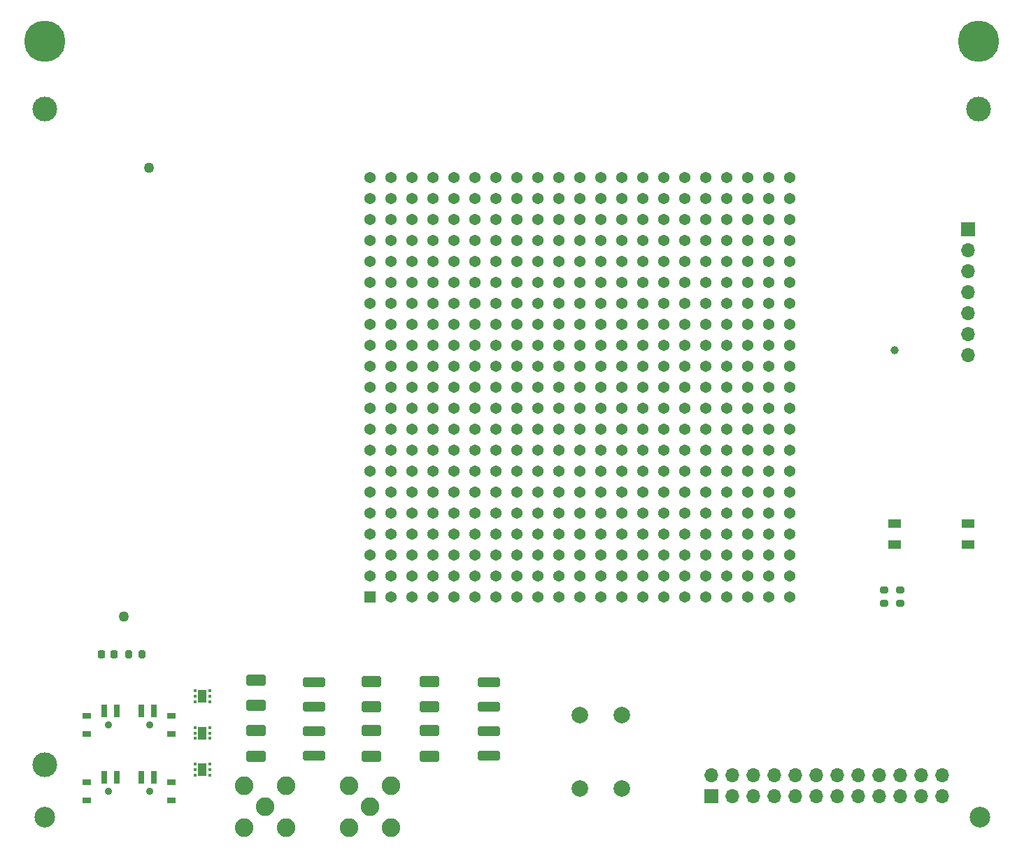
<source format=gbr>
%TF.GenerationSoftware,KiCad,Pcbnew,(6.0.9-0)*%
%TF.CreationDate,2022-12-19T14:05:18-05:00*%
%TF.ProjectId,ember-pcb,656d6265-722d-4706-9362-2e6b69636164,rev?*%
%TF.SameCoordinates,Original*%
%TF.FileFunction,Soldermask,Top*%
%TF.FilePolarity,Negative*%
%FSLAX46Y46*%
G04 Gerber Fmt 4.6, Leading zero omitted, Abs format (unit mm)*
G04 Created by KiCad (PCBNEW (6.0.9-0)) date 2022-12-19 14:05:18*
%MOMM*%
%LPD*%
G01*
G04 APERTURE LIST*
G04 Aperture macros list*
%AMRoundRect*
0 Rectangle with rounded corners*
0 $1 Rounding radius*
0 $2 $3 $4 $5 $6 $7 $8 $9 X,Y pos of 4 corners*
0 Add a 4 corners polygon primitive as box body*
4,1,4,$2,$3,$4,$5,$6,$7,$8,$9,$2,$3,0*
0 Add four circle primitives for the rounded corners*
1,1,$1+$1,$2,$3*
1,1,$1+$1,$4,$5*
1,1,$1+$1,$6,$7*
1,1,$1+$1,$8,$9*
0 Add four rect primitives between the rounded corners*
20,1,$1+$1,$2,$3,$4,$5,0*
20,1,$1+$1,$4,$5,$6,$7,0*
20,1,$1+$1,$6,$7,$8,$9,0*
20,1,$1+$1,$8,$9,$2,$3,0*%
G04 Aperture macros list end*
%ADD10C,3.000000*%
%ADD11C,2.500000*%
%ADD12RoundRect,0.200000X-0.275000X0.200000X-0.275000X-0.200000X0.275000X-0.200000X0.275000X0.200000X0*%
%ADD13R,1.000000X0.800000*%
%ADD14C,0.900000*%
%ADD15R,0.700000X1.500000*%
%ADD16C,1.000000*%
%ADD17C,5.000000*%
%ADD18RoundRect,0.250000X0.925000X-0.412500X0.925000X0.412500X-0.925000X0.412500X-0.925000X-0.412500X0*%
%ADD19R,1.700000X1.700000*%
%ADD20O,1.700000X1.700000*%
%ADD21C,2.000000*%
%ADD22RoundRect,0.250000X-0.925000X0.412500X-0.925000X-0.412500X0.925000X-0.412500X0.925000X0.412500X0*%
%ADD23C,2.250000*%
%ADD24RoundRect,0.200000X-0.200000X-0.275000X0.200000X-0.275000X0.200000X0.275000X-0.200000X0.275000X0*%
%ADD25RoundRect,0.250000X-1.100000X0.325000X-1.100000X-0.325000X1.100000X-0.325000X1.100000X0.325000X0*%
%ADD26RoundRect,0.093750X-0.093750X-0.106250X0.093750X-0.106250X0.093750X0.106250X-0.093750X0.106250X0*%
%ADD27R,1.000000X1.600000*%
%ADD28RoundRect,0.250000X1.100000X-0.325000X1.100000X0.325000X-1.100000X0.325000X-1.100000X-0.325000X0*%
%ADD29RoundRect,0.218750X-0.218750X-0.256250X0.218750X-0.256250X0.218750X0.256250X-0.218750X0.256250X0*%
%ADD30R,1.368000X1.368000*%
%ADD31C,1.368000*%
%ADD32R,1.500000X1.100000*%
%ADD33C,1.270000*%
G04 APERTURE END LIST*
D10*
%TO.C,FID3*%
X72420000Y-138640000D03*
%TD*%
%TO.C,FID2*%
X185450000Y-59265000D03*
%TD*%
%TO.C,FID1*%
X72420000Y-59265000D03*
%TD*%
D11*
%TO.C,H3*%
X185577000Y-144990000D03*
%TD*%
D12*
%TO.C,R2*%
X174020000Y-117495000D03*
X174020000Y-119145000D03*
%TD*%
D13*
%TO.C,SW2*%
X87735000Y-143030000D03*
D14*
X80085000Y-141930000D03*
X85085000Y-141930000D03*
D13*
X77435000Y-143030000D03*
X87735000Y-140820000D03*
X77435000Y-140820000D03*
D15*
X79585000Y-140170000D03*
X81085000Y-140170000D03*
X84085000Y-140170000D03*
X85585000Y-140170000D03*
%TD*%
D16*
%TO.C,TP1*%
X175290000Y-88475000D03*
%TD*%
D17*
%TO.C,H1*%
X72420000Y-51010000D03*
%TD*%
D18*
%TO.C,C8*%
X111940000Y-137632500D03*
X111940000Y-134557500D03*
%TD*%
D19*
%TO.C,J3*%
X153060000Y-142455000D03*
D20*
X153060000Y-139915000D03*
X155600000Y-142455000D03*
X155600000Y-139915000D03*
X158140000Y-142455000D03*
X158140000Y-139915000D03*
X160680000Y-142455000D03*
X160680000Y-139915000D03*
X163220000Y-142455000D03*
X163220000Y-139915000D03*
X165760000Y-142455000D03*
X165760000Y-139915000D03*
X168300000Y-142455000D03*
X168300000Y-139915000D03*
X170840000Y-142455000D03*
X170840000Y-139915000D03*
X173380000Y-142455000D03*
X173380000Y-139915000D03*
X175920000Y-142455000D03*
X175920000Y-139915000D03*
X178460000Y-142455000D03*
X178460000Y-139915000D03*
X181000000Y-142455000D03*
X181000000Y-139915000D03*
%TD*%
D21*
%TO.C,FB1*%
X137165000Y-132710000D03*
X142245000Y-132710000D03*
%TD*%
D19*
%TO.C,J4*%
X184180000Y-73865000D03*
D20*
X184180000Y-76405000D03*
X184180000Y-78945000D03*
X184180000Y-81485000D03*
X184180000Y-84025000D03*
X184180000Y-86565000D03*
X184180000Y-89105000D03*
%TD*%
D21*
%TO.C,FB2*%
X137165000Y-141600000D03*
X142245000Y-141600000D03*
%TD*%
D22*
%TO.C,C3*%
X111940000Y-128612500D03*
X111940000Y-131687500D03*
%TD*%
D11*
%TO.C,H4*%
X72420000Y-144990000D03*
%TD*%
D23*
%TO.C,J5*%
X99065000Y-143720000D03*
X101605000Y-146260000D03*
X96525000Y-141180000D03*
X96525000Y-146260000D03*
X101605000Y-141180000D03*
%TD*%
D22*
%TO.C,C1*%
X97970000Y-128437500D03*
X97970000Y-131512500D03*
%TD*%
D24*
%TO.C,R1*%
X82532742Y-125305000D03*
X84182742Y-125305000D03*
%TD*%
D18*
%TO.C,C6*%
X97965000Y-137632500D03*
X97965000Y-134557500D03*
%TD*%
D25*
%TO.C,C2*%
X104955000Y-128675000D03*
X104955000Y-131625000D03*
%TD*%
%TO.C,C5*%
X126140000Y-128675000D03*
X126140000Y-131625000D03*
%TD*%
D22*
%TO.C,C4*%
X118925000Y-128612500D03*
X118925000Y-131687500D03*
%TD*%
D18*
%TO.C,C9*%
X118925000Y-137632500D03*
X118925000Y-134557500D03*
%TD*%
D26*
%TO.C,U4*%
X90587500Y-138635000D03*
X90587500Y-139285000D03*
X90587500Y-139935000D03*
X92362500Y-139935000D03*
X92362500Y-139285000D03*
X92362500Y-138635000D03*
D27*
X91475000Y-139285000D03*
%TD*%
D28*
%TO.C,C10*%
X126140000Y-137570000D03*
X126140000Y-134620000D03*
%TD*%
D12*
%TO.C,R3*%
X175925000Y-117495000D03*
X175925000Y-119145000D03*
%TD*%
D13*
%TO.C,SW1*%
X77435000Y-134985000D03*
X77435000Y-132775000D03*
X87735000Y-134985000D03*
D14*
X80085000Y-133885000D03*
X85085000Y-133885000D03*
D13*
X87735000Y-132775000D03*
D15*
X79585000Y-132125000D03*
X81085000Y-132125000D03*
X84085000Y-132125000D03*
X85585000Y-132125000D03*
%TD*%
D23*
%TO.C,J2*%
X111765000Y-143720000D03*
X114305000Y-141180000D03*
X114305000Y-146260000D03*
X109225000Y-141180000D03*
X109225000Y-146260000D03*
%TD*%
D29*
%TO.C,D1*%
X79205242Y-125305000D03*
X80780242Y-125305000D03*
%TD*%
D30*
%TO.C,U1*%
X111790000Y-118320000D03*
D31*
X114330000Y-118320000D03*
X116870000Y-118320000D03*
X119410000Y-118320000D03*
X121950000Y-118320000D03*
X124490000Y-118320000D03*
X127030000Y-118320000D03*
X129570000Y-118320000D03*
X132110000Y-118320000D03*
X134650000Y-118320000D03*
X137190000Y-118320000D03*
X139730000Y-118320000D03*
X142270000Y-118320000D03*
X144810000Y-118320000D03*
X147350000Y-118320000D03*
X149890000Y-118320000D03*
X152430000Y-118320000D03*
X154970000Y-118320000D03*
X157510000Y-118320000D03*
X160050000Y-118320000D03*
X162590000Y-118320000D03*
X111790000Y-115780000D03*
X114330000Y-115780000D03*
X116870000Y-115780000D03*
X119410000Y-115780000D03*
X121950000Y-115780000D03*
X124490000Y-115780000D03*
X127030000Y-115780000D03*
X129570000Y-115780000D03*
X132110000Y-115780000D03*
X134650000Y-115780000D03*
X137190000Y-115780000D03*
X139730000Y-115780000D03*
X142270000Y-115780000D03*
X144810000Y-115780000D03*
X147350000Y-115780000D03*
X149890000Y-115780000D03*
X152430000Y-115780000D03*
X154970000Y-115780000D03*
X157510000Y-115780000D03*
X160050000Y-115780000D03*
X162590000Y-115780000D03*
X111790000Y-113240000D03*
X114330000Y-113240000D03*
X116870000Y-113240000D03*
X119410000Y-113240000D03*
X121950000Y-113240000D03*
X124490000Y-113240000D03*
X127030000Y-113240000D03*
X129570000Y-113240000D03*
X132110000Y-113240000D03*
X134650000Y-113240000D03*
X137190000Y-113240000D03*
X139730000Y-113240000D03*
X142270000Y-113240000D03*
X144810000Y-113240000D03*
X147350000Y-113240000D03*
X149890000Y-113240000D03*
X152430000Y-113240000D03*
X154970000Y-113240000D03*
X157510000Y-113240000D03*
X160050000Y-113240000D03*
X162590000Y-113240000D03*
X111790000Y-110700000D03*
X114330000Y-110700000D03*
X116870000Y-110700000D03*
X119410000Y-110700000D03*
X121950000Y-110700000D03*
X124490000Y-110700000D03*
X127030000Y-110700000D03*
X129570000Y-110700000D03*
X132110000Y-110700000D03*
X134650000Y-110700000D03*
X137190000Y-110700000D03*
X139730000Y-110700000D03*
X142270000Y-110700000D03*
X144810000Y-110700000D03*
X147350000Y-110700000D03*
X149890000Y-110700000D03*
X152430000Y-110700000D03*
X154970000Y-110700000D03*
X157510000Y-110700000D03*
X160050000Y-110700000D03*
X162590000Y-110700000D03*
X111790000Y-108160000D03*
X114330000Y-108160000D03*
X116870000Y-108160000D03*
X119410000Y-108160000D03*
X121950000Y-108160000D03*
X124490000Y-108160000D03*
X127030000Y-108160000D03*
X129570000Y-108160000D03*
X132110000Y-108160000D03*
X134650000Y-108160000D03*
X137190000Y-108160000D03*
X139730000Y-108160000D03*
X142270000Y-108160000D03*
X144810000Y-108160000D03*
X147350000Y-108160000D03*
X149890000Y-108160000D03*
X152430000Y-108160000D03*
X154970000Y-108160000D03*
X157510000Y-108160000D03*
X160050000Y-108160000D03*
X162590000Y-108160000D03*
X111790000Y-105620000D03*
X114330000Y-105620000D03*
X116870000Y-105620000D03*
X119410000Y-105620000D03*
X121950000Y-105620000D03*
X124490000Y-105620000D03*
X127030000Y-105620000D03*
X129570000Y-105620000D03*
X132110000Y-105620000D03*
X134650000Y-105620000D03*
X137190000Y-105620000D03*
X139730000Y-105620000D03*
X142270000Y-105620000D03*
X144810000Y-105620000D03*
X147350000Y-105620000D03*
X149890000Y-105620000D03*
X152430000Y-105620000D03*
X154970000Y-105620000D03*
X157510000Y-105620000D03*
X160050000Y-105620000D03*
X162590000Y-105620000D03*
X111790000Y-103080000D03*
X114330000Y-103080000D03*
X116870000Y-103080000D03*
X119410000Y-103080000D03*
X121950000Y-103080000D03*
X124490000Y-103080000D03*
X127030000Y-103080000D03*
X129570000Y-103080000D03*
X132110000Y-103080000D03*
X134650000Y-103080000D03*
X137190000Y-103080000D03*
X139730000Y-103080000D03*
X142270000Y-103080000D03*
X144810000Y-103080000D03*
X147350000Y-103080000D03*
X149890000Y-103080000D03*
X152430000Y-103080000D03*
X154970000Y-103080000D03*
X157510000Y-103080000D03*
X160050000Y-103080000D03*
X162590000Y-103080000D03*
X111790000Y-100540000D03*
X114330000Y-100540000D03*
X116870000Y-100540000D03*
X119410000Y-100540000D03*
X121950000Y-100540000D03*
X124490000Y-100540000D03*
X127030000Y-100540000D03*
X129570000Y-100540000D03*
X132110000Y-100540000D03*
X134650000Y-100540000D03*
X137190000Y-100540000D03*
X139730000Y-100540000D03*
X142270000Y-100540000D03*
X144810000Y-100540000D03*
X147350000Y-100540000D03*
X149890000Y-100540000D03*
X152430000Y-100540000D03*
X154970000Y-100540000D03*
X157510000Y-100540000D03*
X160050000Y-100540000D03*
X162590000Y-100540000D03*
X111790000Y-98000000D03*
X114330000Y-98000000D03*
X116870000Y-98000000D03*
X119410000Y-98000000D03*
X121950000Y-98000000D03*
X124490000Y-98000000D03*
X127030000Y-98000000D03*
X129570000Y-98000000D03*
X132110000Y-98000000D03*
X134650000Y-98000000D03*
X137190000Y-98000000D03*
X139730000Y-98000000D03*
X142270000Y-98000000D03*
X144810000Y-98000000D03*
X147350000Y-98000000D03*
X149890000Y-98000000D03*
X152430000Y-98000000D03*
X154970000Y-98000000D03*
X157510000Y-98000000D03*
X160050000Y-98000000D03*
X162590000Y-98000000D03*
X111790000Y-95460000D03*
X114330000Y-95460000D03*
X116870000Y-95460000D03*
X119410000Y-95460000D03*
X121950000Y-95460000D03*
X124490000Y-95460000D03*
X127030000Y-95460000D03*
X129570000Y-95460000D03*
X132110000Y-95460000D03*
X134650000Y-95460000D03*
X137190000Y-95460000D03*
X139730000Y-95460000D03*
X142270000Y-95460000D03*
X144810000Y-95460000D03*
X147350000Y-95460000D03*
X149890000Y-95460000D03*
X152430000Y-95460000D03*
X154970000Y-95460000D03*
X157510000Y-95460000D03*
X160050000Y-95460000D03*
X162590000Y-95460000D03*
X111790000Y-92920000D03*
X114330000Y-92920000D03*
X116870000Y-92920000D03*
X119410000Y-92920000D03*
X121950000Y-92920000D03*
X124490000Y-92920000D03*
X127030000Y-92920000D03*
X129570000Y-92920000D03*
X132110000Y-92920000D03*
X134650000Y-92920000D03*
X137190000Y-92920000D03*
X139730000Y-92920000D03*
X142270000Y-92920000D03*
X144810000Y-92920000D03*
X147350000Y-92920000D03*
X149890000Y-92920000D03*
X152430000Y-92920000D03*
X154970000Y-92920000D03*
X157510000Y-92920000D03*
X160050000Y-92920000D03*
X162590000Y-92920000D03*
X111790000Y-90380000D03*
X114330000Y-90380000D03*
X116870000Y-90380000D03*
X119410000Y-90380000D03*
X121950000Y-90380000D03*
X124490000Y-90380000D03*
X127030000Y-90380000D03*
X129570000Y-90380000D03*
X132110000Y-90380000D03*
X134650000Y-90380000D03*
X137190000Y-90380000D03*
X139730000Y-90380000D03*
X142270000Y-90380000D03*
X144810000Y-90380000D03*
X147350000Y-90380000D03*
X149890000Y-90380000D03*
X152430000Y-90380000D03*
X154970000Y-90380000D03*
X157510000Y-90380000D03*
X160050000Y-90380000D03*
X162590000Y-90380000D03*
X111790000Y-87840000D03*
X114330000Y-87840000D03*
X116870000Y-87840000D03*
X119410000Y-87840000D03*
X121950000Y-87840000D03*
X124490000Y-87840000D03*
X127030000Y-87840000D03*
X129570000Y-87840000D03*
X132110000Y-87840000D03*
X134650000Y-87840000D03*
X137190000Y-87840000D03*
X139730000Y-87840000D03*
X142270000Y-87840000D03*
X144810000Y-87840000D03*
X147350000Y-87840000D03*
X149890000Y-87840000D03*
X152430000Y-87840000D03*
X154970000Y-87840000D03*
X157510000Y-87840000D03*
X160050000Y-87840000D03*
X162590000Y-87840000D03*
X111790000Y-85300000D03*
X114330000Y-85300000D03*
X116870000Y-85300000D03*
X119410000Y-85300000D03*
X121950000Y-85300000D03*
X124490000Y-85300000D03*
X127030000Y-85300000D03*
X129570000Y-85300000D03*
X132110000Y-85300000D03*
X134650000Y-85300000D03*
X137190000Y-85300000D03*
X139730000Y-85300000D03*
X142270000Y-85300000D03*
X144810000Y-85300000D03*
X147350000Y-85300000D03*
X149890000Y-85300000D03*
X152430000Y-85300000D03*
X154970000Y-85300000D03*
X157510000Y-85300000D03*
X160050000Y-85300000D03*
X162590000Y-85300000D03*
X111790000Y-82760000D03*
X114330000Y-82760000D03*
X116870000Y-82760000D03*
X119410000Y-82760000D03*
X121950000Y-82760000D03*
X124490000Y-82760000D03*
X127030000Y-82760000D03*
X129570000Y-82760000D03*
X132110000Y-82760000D03*
X134650000Y-82760000D03*
X137190000Y-82760000D03*
X139730000Y-82760000D03*
X142270000Y-82760000D03*
X144810000Y-82760000D03*
X147350000Y-82760000D03*
X149890000Y-82760000D03*
X152430000Y-82760000D03*
X154970000Y-82760000D03*
X157510000Y-82760000D03*
X160050000Y-82760000D03*
X162590000Y-82760000D03*
X111790000Y-80220000D03*
X114330000Y-80220000D03*
X116870000Y-80220000D03*
X119410000Y-80220000D03*
X121950000Y-80220000D03*
X124490000Y-80220000D03*
X127030000Y-80220000D03*
X129570000Y-80220000D03*
X132110000Y-80220000D03*
X134650000Y-80220000D03*
X137190000Y-80220000D03*
X139730000Y-80220000D03*
X142270000Y-80220000D03*
X144810000Y-80220000D03*
X147350000Y-80220000D03*
X149890000Y-80220000D03*
X152430000Y-80220000D03*
X154970000Y-80220000D03*
X157510000Y-80220000D03*
X160050000Y-80220000D03*
X162590000Y-80220000D03*
X111790000Y-77680000D03*
X114330000Y-77680000D03*
X116870000Y-77680000D03*
X119410000Y-77680000D03*
X121950000Y-77680000D03*
X124490000Y-77680000D03*
X127030000Y-77680000D03*
X129570000Y-77680000D03*
X132110000Y-77680000D03*
X134650000Y-77680000D03*
X137190000Y-77680000D03*
X139730000Y-77680000D03*
X142270000Y-77680000D03*
X144810000Y-77680000D03*
X147350000Y-77680000D03*
X149890000Y-77680000D03*
X152430000Y-77680000D03*
X154970000Y-77680000D03*
X157510000Y-77680000D03*
X160050000Y-77680000D03*
X162590000Y-77680000D03*
X111790000Y-75140000D03*
X114330000Y-75140000D03*
X116870000Y-75140000D03*
X119410000Y-75140000D03*
X121950000Y-75140000D03*
X124490000Y-75140000D03*
X127030000Y-75140000D03*
X129570000Y-75140000D03*
X132110000Y-75140000D03*
X134650000Y-75140000D03*
X137190000Y-75140000D03*
X139730000Y-75140000D03*
X142270000Y-75140000D03*
X144810000Y-75140000D03*
X147350000Y-75140000D03*
X149890000Y-75140000D03*
X152430000Y-75140000D03*
X154970000Y-75140000D03*
X157510000Y-75140000D03*
X160050000Y-75140000D03*
X162590000Y-75140000D03*
X111790000Y-72600000D03*
X114330000Y-72600000D03*
X116870000Y-72600000D03*
X119410000Y-72600000D03*
X121950000Y-72600000D03*
X124490000Y-72600000D03*
X127030000Y-72600000D03*
X129570000Y-72600000D03*
X132110000Y-72600000D03*
X134650000Y-72600000D03*
X137190000Y-72600000D03*
X139730000Y-72600000D03*
X142270000Y-72600000D03*
X144810000Y-72600000D03*
X147350000Y-72600000D03*
X149890000Y-72600000D03*
X152430000Y-72600000D03*
X154970000Y-72600000D03*
X157510000Y-72600000D03*
X160050000Y-72600000D03*
X162590000Y-72600000D03*
X111790000Y-70060000D03*
X114330000Y-70060000D03*
X116870000Y-70060000D03*
X119410000Y-70060000D03*
X121950000Y-70060000D03*
X124490000Y-70060000D03*
X127030000Y-70060000D03*
X129570000Y-70060000D03*
X132110000Y-70060000D03*
X134650000Y-70060000D03*
X137190000Y-70060000D03*
X139730000Y-70060000D03*
X142270000Y-70060000D03*
X144810000Y-70060000D03*
X147350000Y-70060000D03*
X149890000Y-70060000D03*
X152430000Y-70060000D03*
X154970000Y-70060000D03*
X157510000Y-70060000D03*
X160050000Y-70060000D03*
X162590000Y-70060000D03*
X111790000Y-67520000D03*
X114330000Y-67520000D03*
X116870000Y-67520000D03*
X119410000Y-67520000D03*
X121950000Y-67520000D03*
X124490000Y-67520000D03*
X127030000Y-67520000D03*
X129570000Y-67520000D03*
X132110000Y-67520000D03*
X134650000Y-67520000D03*
X137190000Y-67520000D03*
X139730000Y-67520000D03*
X142270000Y-67520000D03*
X144810000Y-67520000D03*
X147350000Y-67520000D03*
X149890000Y-67520000D03*
X152430000Y-67520000D03*
X154970000Y-67520000D03*
X157510000Y-67520000D03*
X160050000Y-67520000D03*
X162590000Y-67520000D03*
%TD*%
D26*
%TO.C,U2*%
X90587500Y-129745000D03*
X90587500Y-130395000D03*
X90587500Y-131045000D03*
X92362500Y-131045000D03*
X92362500Y-130395000D03*
X92362500Y-129745000D03*
D27*
X91475000Y-130395000D03*
%TD*%
D32*
%TO.C,SW3*%
X175285000Y-109430000D03*
X175285000Y-111970000D03*
X184185000Y-111970000D03*
X184185000Y-109430000D03*
%TD*%
D28*
%TO.C,C7*%
X104955000Y-137570000D03*
X104955000Y-134620000D03*
%TD*%
D17*
%TO.C,H2*%
X185450000Y-51010000D03*
%TD*%
D26*
%TO.C,U3*%
X90587500Y-134190000D03*
X90587500Y-134840000D03*
X90587500Y-135490000D03*
X92362500Y-135490000D03*
X92362500Y-134840000D03*
X92362500Y-134190000D03*
D27*
X91475000Y-134840000D03*
%TD*%
D33*
%TO.C,J1*%
X81945000Y-120745000D03*
X84995000Y-66365000D03*
%TD*%
M02*

</source>
